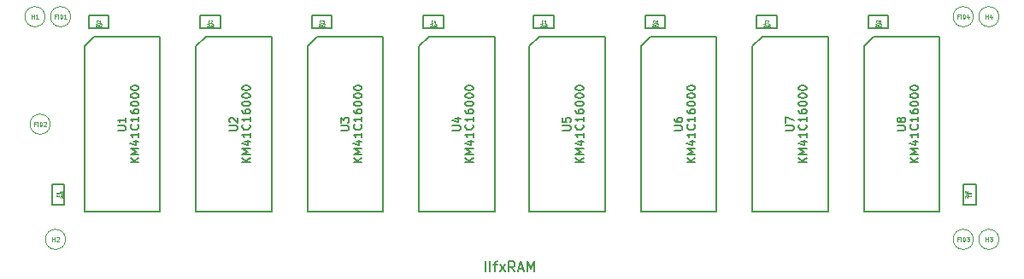
<source format=gbr>
G04 #@! TF.GenerationSoftware,KiCad,Pcbnew,(5.1.10-1-10_14)*
G04 #@! TF.CreationDate,2021-12-06T12:39:38-05:00*
G04 #@! TF.ProjectId,MacIIfxRAMSIMM,4d616349-4966-4785-9241-4d53494d4d2e,rev?*
G04 #@! TF.SameCoordinates,Original*
G04 #@! TF.FileFunction,Other,Fab,Top*
%FSLAX46Y46*%
G04 Gerber Fmt 4.6, Leading zero omitted, Abs format (unit mm)*
G04 Created by KiCad (PCBNEW (5.1.10-1-10_14)) date 2021-12-06 12:39:38*
%MOMM*%
%LPD*%
G01*
G04 APERTURE LIST*
%ADD10C,0.150000*%
%ADD11C,0.100000*%
%ADD12C,0.203200*%
%ADD13C,0.063500*%
G04 APERTURE END LIST*
D10*
X155508000Y-106839000D02*
X156508000Y-105839000D01*
X155508000Y-123269000D02*
X155508000Y-106839000D01*
X163008000Y-123269000D02*
X155508000Y-123269000D01*
X163008000Y-105839000D02*
X163008000Y-123269000D01*
X156508000Y-105839000D02*
X163008000Y-105839000D01*
X79292000Y-105839000D02*
X85792000Y-105839000D01*
X85792000Y-105839000D02*
X85792000Y-123269000D01*
X85792000Y-123269000D02*
X78292000Y-123269000D01*
X78292000Y-123269000D02*
X78292000Y-106839000D01*
X78292000Y-106839000D02*
X79292000Y-105839000D01*
X76317000Y-120539000D02*
X76317000Y-122539000D01*
X75067000Y-120539000D02*
X76317000Y-120539000D01*
X75067000Y-122539000D02*
X75067000Y-120539000D01*
X76317000Y-122539000D02*
X75067000Y-122539000D01*
X165364000Y-120539000D02*
X166614000Y-120539000D01*
X166614000Y-120539000D02*
X166614000Y-122539000D01*
X166614000Y-122539000D02*
X165364000Y-122539000D01*
X165364000Y-122539000D02*
X165364000Y-120539000D01*
X145459000Y-105839000D02*
X151959000Y-105839000D01*
X151959000Y-105839000D02*
X151959000Y-123269000D01*
X151959000Y-123269000D02*
X144459000Y-123269000D01*
X144459000Y-123269000D02*
X144459000Y-106839000D01*
X144459000Y-106839000D02*
X145459000Y-105839000D01*
X133410000Y-106839000D02*
X134410000Y-105839000D01*
X133410000Y-123269000D02*
X133410000Y-106839000D01*
X140910000Y-123269000D02*
X133410000Y-123269000D01*
X140910000Y-105839000D02*
X140910000Y-123269000D01*
X134410000Y-105839000D02*
X140910000Y-105839000D01*
X123361000Y-105839000D02*
X129861000Y-105839000D01*
X129861000Y-105839000D02*
X129861000Y-123269000D01*
X129861000Y-123269000D02*
X122361000Y-123269000D01*
X122361000Y-123269000D02*
X122361000Y-106839000D01*
X122361000Y-106839000D02*
X123361000Y-105839000D01*
X111439000Y-106839000D02*
X112439000Y-105839000D01*
X111439000Y-123269000D02*
X111439000Y-106839000D01*
X118939000Y-123269000D02*
X111439000Y-123269000D01*
X118939000Y-105839000D02*
X118939000Y-123269000D01*
X112439000Y-105839000D02*
X118939000Y-105839000D01*
X101390000Y-105839000D02*
X107890000Y-105839000D01*
X107890000Y-105839000D02*
X107890000Y-123269000D01*
X107890000Y-123269000D02*
X100390000Y-123269000D01*
X100390000Y-123269000D02*
X100390000Y-106839000D01*
X100390000Y-106839000D02*
X101390000Y-105839000D01*
X89341000Y-106839000D02*
X90341000Y-105839000D01*
X89341000Y-123269000D02*
X89341000Y-106839000D01*
X96841000Y-123269000D02*
X89341000Y-123269000D01*
X96841000Y-105839000D02*
X96841000Y-123269000D01*
X90341000Y-105839000D02*
X96841000Y-105839000D01*
D11*
X74406000Y-103886000D02*
G75*
G03*
X74406000Y-103886000I-1000000J0D01*
G01*
X76946000Y-103886000D02*
G75*
G03*
X76946000Y-103886000I-1000000J0D01*
G01*
X74914000Y-114554000D02*
G75*
G03*
X74914000Y-114554000I-1000000J0D01*
G01*
X166354000Y-125984000D02*
G75*
G03*
X166354000Y-125984000I-1000000J0D01*
G01*
X166354000Y-103886000D02*
G75*
G03*
X166354000Y-103886000I-1000000J0D01*
G01*
X76438000Y-125984000D02*
G75*
G03*
X76438000Y-125984000I-1000000J0D01*
G01*
X168894000Y-125984000D02*
G75*
G03*
X168894000Y-125984000I-1000000J0D01*
G01*
X168894000Y-103886000D02*
G75*
G03*
X168894000Y-103886000I-1000000J0D01*
G01*
D10*
X78717000Y-105019000D02*
X78717000Y-103769000D01*
X78717000Y-103769000D02*
X80717000Y-103769000D01*
X80717000Y-103769000D02*
X80717000Y-105019000D01*
X80717000Y-105019000D02*
X78717000Y-105019000D01*
X89766000Y-105019000D02*
X89766000Y-103769000D01*
X89766000Y-103769000D02*
X91766000Y-103769000D01*
X91766000Y-103769000D02*
X91766000Y-105019000D01*
X91766000Y-105019000D02*
X89766000Y-105019000D01*
X102815000Y-105019000D02*
X100815000Y-105019000D01*
X102815000Y-103769000D02*
X102815000Y-105019000D01*
X100815000Y-103769000D02*
X102815000Y-103769000D01*
X100815000Y-105019000D02*
X100815000Y-103769000D01*
X113864000Y-105019000D02*
X111864000Y-105019000D01*
X113864000Y-103769000D02*
X113864000Y-105019000D01*
X111864000Y-103769000D02*
X113864000Y-103769000D01*
X111864000Y-105019000D02*
X111864000Y-103769000D01*
X122786000Y-105019000D02*
X122786000Y-103769000D01*
X122786000Y-103769000D02*
X124786000Y-103769000D01*
X124786000Y-103769000D02*
X124786000Y-105019000D01*
X124786000Y-105019000D02*
X122786000Y-105019000D01*
X135835000Y-105019000D02*
X133835000Y-105019000D01*
X135835000Y-103769000D02*
X135835000Y-105019000D01*
X133835000Y-103769000D02*
X135835000Y-103769000D01*
X133835000Y-105019000D02*
X133835000Y-103769000D01*
X146884000Y-105019000D02*
X144884000Y-105019000D01*
X146884000Y-103769000D02*
X146884000Y-105019000D01*
X144884000Y-103769000D02*
X146884000Y-103769000D01*
X144884000Y-105019000D02*
X144884000Y-103769000D01*
X155933000Y-105019000D02*
X155933000Y-103769000D01*
X155933000Y-103769000D02*
X157933000Y-103769000D01*
X157933000Y-103769000D02*
X157933000Y-105019000D01*
X157933000Y-105019000D02*
X155933000Y-105019000D01*
X118018228Y-129179580D02*
X118018228Y-128179580D01*
X118494419Y-129179580D02*
X118494419Y-128179580D01*
X118827752Y-128512914D02*
X119208704Y-128512914D01*
X118970609Y-129179580D02*
X118970609Y-128322438D01*
X119018228Y-128227200D01*
X119113466Y-128179580D01*
X119208704Y-128179580D01*
X119446800Y-129179580D02*
X119970609Y-128512914D01*
X119446800Y-128512914D02*
X119970609Y-129179580D01*
X120922990Y-129179580D02*
X120589657Y-128703390D01*
X120351561Y-129179580D02*
X120351561Y-128179580D01*
X120732514Y-128179580D01*
X120827752Y-128227200D01*
X120875371Y-128274819D01*
X120922990Y-128370057D01*
X120922990Y-128512914D01*
X120875371Y-128608152D01*
X120827752Y-128655771D01*
X120732514Y-128703390D01*
X120351561Y-128703390D01*
X121303942Y-128893866D02*
X121780133Y-128893866D01*
X121208704Y-129179580D02*
X121542038Y-128179580D01*
X121875371Y-129179580D01*
X122208704Y-129179580D02*
X122208704Y-128179580D01*
X122542038Y-128893866D01*
X122875371Y-128179580D01*
X122875371Y-129179580D01*
D12*
X158812895Y-115173276D02*
X159470876Y-115173276D01*
X159548285Y-115134571D01*
X159586990Y-115095866D01*
X159625695Y-115018457D01*
X159625695Y-114863638D01*
X159586990Y-114786228D01*
X159548285Y-114747523D01*
X159470876Y-114708819D01*
X158812895Y-114708819D01*
X159161238Y-114205657D02*
X159122533Y-114283066D01*
X159083828Y-114321771D01*
X159006419Y-114360476D01*
X158967714Y-114360476D01*
X158890304Y-114321771D01*
X158851600Y-114283066D01*
X158812895Y-114205657D01*
X158812895Y-114050838D01*
X158851600Y-113973428D01*
X158890304Y-113934723D01*
X158967714Y-113896019D01*
X159006419Y-113896019D01*
X159083828Y-113934723D01*
X159122533Y-113973428D01*
X159161238Y-114050838D01*
X159161238Y-114205657D01*
X159199942Y-114283066D01*
X159238647Y-114321771D01*
X159316057Y-114360476D01*
X159470876Y-114360476D01*
X159548285Y-114321771D01*
X159586990Y-114283066D01*
X159625695Y-114205657D01*
X159625695Y-114050838D01*
X159586990Y-113973428D01*
X159548285Y-113934723D01*
X159470876Y-113896019D01*
X159316057Y-113896019D01*
X159238647Y-113934723D01*
X159199942Y-113973428D01*
X159161238Y-114050838D01*
X160895695Y-118347066D02*
X160082895Y-118347066D01*
X160895695Y-117882609D02*
X160431238Y-118230952D01*
X160082895Y-117882609D02*
X160547352Y-118347066D01*
X160895695Y-117534266D02*
X160082895Y-117534266D01*
X160663466Y-117263333D01*
X160082895Y-116992400D01*
X160895695Y-116992400D01*
X160353828Y-116257009D02*
X160895695Y-116257009D01*
X160044190Y-116450533D02*
X160624761Y-116644057D01*
X160624761Y-116140895D01*
X160895695Y-115405504D02*
X160895695Y-115869961D01*
X160895695Y-115637733D02*
X160082895Y-115637733D01*
X160199009Y-115715142D01*
X160276419Y-115792552D01*
X160315123Y-115869961D01*
X160818285Y-114592704D02*
X160856990Y-114631409D01*
X160895695Y-114747523D01*
X160895695Y-114824933D01*
X160856990Y-114941047D01*
X160779580Y-115018457D01*
X160702171Y-115057161D01*
X160547352Y-115095866D01*
X160431238Y-115095866D01*
X160276419Y-115057161D01*
X160199009Y-115018457D01*
X160121600Y-114941047D01*
X160082895Y-114824933D01*
X160082895Y-114747523D01*
X160121600Y-114631409D01*
X160160304Y-114592704D01*
X160895695Y-113818609D02*
X160895695Y-114283066D01*
X160895695Y-114050838D02*
X160082895Y-114050838D01*
X160199009Y-114128247D01*
X160276419Y-114205657D01*
X160315123Y-114283066D01*
X160082895Y-113121923D02*
X160082895Y-113276742D01*
X160121600Y-113354152D01*
X160160304Y-113392857D01*
X160276419Y-113470266D01*
X160431238Y-113508971D01*
X160740876Y-113508971D01*
X160818285Y-113470266D01*
X160856990Y-113431561D01*
X160895695Y-113354152D01*
X160895695Y-113199333D01*
X160856990Y-113121923D01*
X160818285Y-113083219D01*
X160740876Y-113044514D01*
X160547352Y-113044514D01*
X160469942Y-113083219D01*
X160431238Y-113121923D01*
X160392533Y-113199333D01*
X160392533Y-113354152D01*
X160431238Y-113431561D01*
X160469942Y-113470266D01*
X160547352Y-113508971D01*
X160082895Y-112541352D02*
X160082895Y-112463942D01*
X160121600Y-112386533D01*
X160160304Y-112347828D01*
X160237714Y-112309123D01*
X160392533Y-112270419D01*
X160586057Y-112270419D01*
X160740876Y-112309123D01*
X160818285Y-112347828D01*
X160856990Y-112386533D01*
X160895695Y-112463942D01*
X160895695Y-112541352D01*
X160856990Y-112618761D01*
X160818285Y-112657466D01*
X160740876Y-112696171D01*
X160586057Y-112734876D01*
X160392533Y-112734876D01*
X160237714Y-112696171D01*
X160160304Y-112657466D01*
X160121600Y-112618761D01*
X160082895Y-112541352D01*
X160082895Y-111767257D02*
X160082895Y-111689847D01*
X160121600Y-111612438D01*
X160160304Y-111573733D01*
X160237714Y-111535028D01*
X160392533Y-111496323D01*
X160586057Y-111496323D01*
X160740876Y-111535028D01*
X160818285Y-111573733D01*
X160856990Y-111612438D01*
X160895695Y-111689847D01*
X160895695Y-111767257D01*
X160856990Y-111844666D01*
X160818285Y-111883371D01*
X160740876Y-111922076D01*
X160586057Y-111960780D01*
X160392533Y-111960780D01*
X160237714Y-111922076D01*
X160160304Y-111883371D01*
X160121600Y-111844666D01*
X160082895Y-111767257D01*
X160082895Y-110993161D02*
X160082895Y-110915752D01*
X160121600Y-110838342D01*
X160160304Y-110799638D01*
X160237714Y-110760933D01*
X160392533Y-110722228D01*
X160586057Y-110722228D01*
X160740876Y-110760933D01*
X160818285Y-110799638D01*
X160856990Y-110838342D01*
X160895695Y-110915752D01*
X160895695Y-110993161D01*
X160856990Y-111070571D01*
X160818285Y-111109276D01*
X160740876Y-111147980D01*
X160586057Y-111186685D01*
X160392533Y-111186685D01*
X160237714Y-111147980D01*
X160160304Y-111109276D01*
X160121600Y-111070571D01*
X160082895Y-110993161D01*
X81596895Y-115173276D02*
X82254876Y-115173276D01*
X82332285Y-115134571D01*
X82370990Y-115095866D01*
X82409695Y-115018457D01*
X82409695Y-114863638D01*
X82370990Y-114786228D01*
X82332285Y-114747523D01*
X82254876Y-114708819D01*
X81596895Y-114708819D01*
X82409695Y-113896019D02*
X82409695Y-114360476D01*
X82409695Y-114128247D02*
X81596895Y-114128247D01*
X81713009Y-114205657D01*
X81790419Y-114283066D01*
X81829123Y-114360476D01*
X83679695Y-118347066D02*
X82866895Y-118347066D01*
X83679695Y-117882609D02*
X83215238Y-118230952D01*
X82866895Y-117882609D02*
X83331352Y-118347066D01*
X83679695Y-117534266D02*
X82866895Y-117534266D01*
X83447466Y-117263333D01*
X82866895Y-116992400D01*
X83679695Y-116992400D01*
X83137828Y-116257009D02*
X83679695Y-116257009D01*
X82828190Y-116450533D02*
X83408761Y-116644057D01*
X83408761Y-116140895D01*
X83679695Y-115405504D02*
X83679695Y-115869961D01*
X83679695Y-115637733D02*
X82866895Y-115637733D01*
X82983009Y-115715142D01*
X83060419Y-115792552D01*
X83099123Y-115869961D01*
X83602285Y-114592704D02*
X83640990Y-114631409D01*
X83679695Y-114747523D01*
X83679695Y-114824933D01*
X83640990Y-114941047D01*
X83563580Y-115018457D01*
X83486171Y-115057161D01*
X83331352Y-115095866D01*
X83215238Y-115095866D01*
X83060419Y-115057161D01*
X82983009Y-115018457D01*
X82905600Y-114941047D01*
X82866895Y-114824933D01*
X82866895Y-114747523D01*
X82905600Y-114631409D01*
X82944304Y-114592704D01*
X83679695Y-113818609D02*
X83679695Y-114283066D01*
X83679695Y-114050838D02*
X82866895Y-114050838D01*
X82983009Y-114128247D01*
X83060419Y-114205657D01*
X83099123Y-114283066D01*
X82866895Y-113121923D02*
X82866895Y-113276742D01*
X82905600Y-113354152D01*
X82944304Y-113392857D01*
X83060419Y-113470266D01*
X83215238Y-113508971D01*
X83524876Y-113508971D01*
X83602285Y-113470266D01*
X83640990Y-113431561D01*
X83679695Y-113354152D01*
X83679695Y-113199333D01*
X83640990Y-113121923D01*
X83602285Y-113083219D01*
X83524876Y-113044514D01*
X83331352Y-113044514D01*
X83253942Y-113083219D01*
X83215238Y-113121923D01*
X83176533Y-113199333D01*
X83176533Y-113354152D01*
X83215238Y-113431561D01*
X83253942Y-113470266D01*
X83331352Y-113508971D01*
X82866895Y-112541352D02*
X82866895Y-112463942D01*
X82905600Y-112386533D01*
X82944304Y-112347828D01*
X83021714Y-112309123D01*
X83176533Y-112270419D01*
X83370057Y-112270419D01*
X83524876Y-112309123D01*
X83602285Y-112347828D01*
X83640990Y-112386533D01*
X83679695Y-112463942D01*
X83679695Y-112541352D01*
X83640990Y-112618761D01*
X83602285Y-112657466D01*
X83524876Y-112696171D01*
X83370057Y-112734876D01*
X83176533Y-112734876D01*
X83021714Y-112696171D01*
X82944304Y-112657466D01*
X82905600Y-112618761D01*
X82866895Y-112541352D01*
X82866895Y-111767257D02*
X82866895Y-111689847D01*
X82905600Y-111612438D01*
X82944304Y-111573733D01*
X83021714Y-111535028D01*
X83176533Y-111496323D01*
X83370057Y-111496323D01*
X83524876Y-111535028D01*
X83602285Y-111573733D01*
X83640990Y-111612438D01*
X83679695Y-111689847D01*
X83679695Y-111767257D01*
X83640990Y-111844666D01*
X83602285Y-111883371D01*
X83524876Y-111922076D01*
X83370057Y-111960780D01*
X83176533Y-111960780D01*
X83021714Y-111922076D01*
X82944304Y-111883371D01*
X82905600Y-111844666D01*
X82866895Y-111767257D01*
X82866895Y-110993161D02*
X82866895Y-110915752D01*
X82905600Y-110838342D01*
X82944304Y-110799638D01*
X83021714Y-110760933D01*
X83176533Y-110722228D01*
X83370057Y-110722228D01*
X83524876Y-110760933D01*
X83602285Y-110799638D01*
X83640990Y-110838342D01*
X83679695Y-110915752D01*
X83679695Y-110993161D01*
X83640990Y-111070571D01*
X83602285Y-111109276D01*
X83524876Y-111147980D01*
X83370057Y-111186685D01*
X83176533Y-111186685D01*
X83021714Y-111147980D01*
X82944304Y-111109276D01*
X82905600Y-111070571D01*
X82866895Y-110993161D01*
D13*
X75782714Y-121581333D02*
X75794809Y-121593428D01*
X75806904Y-121629714D01*
X75806904Y-121653904D01*
X75794809Y-121690190D01*
X75770619Y-121714380D01*
X75746428Y-121726476D01*
X75698047Y-121738571D01*
X75661761Y-121738571D01*
X75613380Y-121726476D01*
X75589190Y-121714380D01*
X75565000Y-121690190D01*
X75552904Y-121653904D01*
X75552904Y-121629714D01*
X75565000Y-121593428D01*
X75577095Y-121581333D01*
X75661761Y-121436190D02*
X75649666Y-121460380D01*
X75637571Y-121472476D01*
X75613380Y-121484571D01*
X75601285Y-121484571D01*
X75577095Y-121472476D01*
X75565000Y-121460380D01*
X75552904Y-121436190D01*
X75552904Y-121387809D01*
X75565000Y-121363619D01*
X75577095Y-121351523D01*
X75601285Y-121339428D01*
X75613380Y-121339428D01*
X75637571Y-121351523D01*
X75649666Y-121363619D01*
X75661761Y-121387809D01*
X75661761Y-121436190D01*
X75673857Y-121460380D01*
X75685952Y-121472476D01*
X75710142Y-121484571D01*
X75758523Y-121484571D01*
X75782714Y-121472476D01*
X75794809Y-121460380D01*
X75806904Y-121436190D01*
X75806904Y-121387809D01*
X75794809Y-121363619D01*
X75782714Y-121351523D01*
X75758523Y-121339428D01*
X75710142Y-121339428D01*
X75685952Y-121351523D01*
X75673857Y-121363619D01*
X75661761Y-121387809D01*
X75927095Y-121847428D02*
X75915000Y-121835333D01*
X75902904Y-121811142D01*
X75902904Y-121750666D01*
X75915000Y-121726476D01*
X75927095Y-121714380D01*
X75951285Y-121702285D01*
X75975476Y-121702285D01*
X76011761Y-121714380D01*
X76156904Y-121859523D01*
X76156904Y-121702285D01*
X75987571Y-121484571D02*
X76156904Y-121484571D01*
X75987571Y-121593428D02*
X76120619Y-121593428D01*
X76144809Y-121581333D01*
X76156904Y-121557142D01*
X76156904Y-121520857D01*
X76144809Y-121496666D01*
X76132714Y-121484571D01*
X75927095Y-121375714D02*
X75915000Y-121363619D01*
X75902904Y-121339428D01*
X75902904Y-121278952D01*
X75915000Y-121254761D01*
X75927095Y-121242666D01*
X75951285Y-121230571D01*
X75975476Y-121230571D01*
X76011761Y-121242666D01*
X76156904Y-121387809D01*
X76156904Y-121230571D01*
X166079714Y-121581333D02*
X166091809Y-121593428D01*
X166103904Y-121629714D01*
X166103904Y-121653904D01*
X166091809Y-121690190D01*
X166067619Y-121714380D01*
X166043428Y-121726476D01*
X165995047Y-121738571D01*
X165958761Y-121738571D01*
X165910380Y-121726476D01*
X165886190Y-121714380D01*
X165862000Y-121690190D01*
X165849904Y-121653904D01*
X165849904Y-121629714D01*
X165862000Y-121593428D01*
X165874095Y-121581333D01*
X165958761Y-121436190D02*
X165946666Y-121460380D01*
X165934571Y-121472476D01*
X165910380Y-121484571D01*
X165898285Y-121484571D01*
X165874095Y-121472476D01*
X165862000Y-121460380D01*
X165849904Y-121436190D01*
X165849904Y-121387809D01*
X165862000Y-121363619D01*
X165874095Y-121351523D01*
X165898285Y-121339428D01*
X165910380Y-121339428D01*
X165934571Y-121351523D01*
X165946666Y-121363619D01*
X165958761Y-121387809D01*
X165958761Y-121436190D01*
X165970857Y-121460380D01*
X165982952Y-121472476D01*
X166007142Y-121484571D01*
X166055523Y-121484571D01*
X166079714Y-121472476D01*
X166091809Y-121460380D01*
X166103904Y-121436190D01*
X166103904Y-121387809D01*
X166091809Y-121363619D01*
X166079714Y-121351523D01*
X166055523Y-121339428D01*
X166007142Y-121339428D01*
X165982952Y-121351523D01*
X165970857Y-121363619D01*
X165958761Y-121387809D01*
X165524095Y-121847428D02*
X165512000Y-121835333D01*
X165499904Y-121811142D01*
X165499904Y-121750666D01*
X165512000Y-121726476D01*
X165524095Y-121714380D01*
X165548285Y-121702285D01*
X165572476Y-121702285D01*
X165608761Y-121714380D01*
X165753904Y-121859523D01*
X165753904Y-121702285D01*
X165584571Y-121484571D02*
X165753904Y-121484571D01*
X165584571Y-121593428D02*
X165717619Y-121593428D01*
X165741809Y-121581333D01*
X165753904Y-121557142D01*
X165753904Y-121520857D01*
X165741809Y-121496666D01*
X165729714Y-121484571D01*
X165524095Y-121375714D02*
X165512000Y-121363619D01*
X165499904Y-121339428D01*
X165499904Y-121278952D01*
X165512000Y-121254761D01*
X165524095Y-121242666D01*
X165548285Y-121230571D01*
X165572476Y-121230571D01*
X165608761Y-121242666D01*
X165753904Y-121387809D01*
X165753904Y-121230571D01*
D12*
X147763895Y-115173276D02*
X148421876Y-115173276D01*
X148499285Y-115134571D01*
X148537990Y-115095866D01*
X148576695Y-115018457D01*
X148576695Y-114863638D01*
X148537990Y-114786228D01*
X148499285Y-114747523D01*
X148421876Y-114708819D01*
X147763895Y-114708819D01*
X147763895Y-114399180D02*
X147763895Y-113857314D01*
X148576695Y-114205657D01*
X149846695Y-118347066D02*
X149033895Y-118347066D01*
X149846695Y-117882609D02*
X149382238Y-118230952D01*
X149033895Y-117882609D02*
X149498352Y-118347066D01*
X149846695Y-117534266D02*
X149033895Y-117534266D01*
X149614466Y-117263333D01*
X149033895Y-116992400D01*
X149846695Y-116992400D01*
X149304828Y-116257009D02*
X149846695Y-116257009D01*
X148995190Y-116450533D02*
X149575761Y-116644057D01*
X149575761Y-116140895D01*
X149846695Y-115405504D02*
X149846695Y-115869961D01*
X149846695Y-115637733D02*
X149033895Y-115637733D01*
X149150009Y-115715142D01*
X149227419Y-115792552D01*
X149266123Y-115869961D01*
X149769285Y-114592704D02*
X149807990Y-114631409D01*
X149846695Y-114747523D01*
X149846695Y-114824933D01*
X149807990Y-114941047D01*
X149730580Y-115018457D01*
X149653171Y-115057161D01*
X149498352Y-115095866D01*
X149382238Y-115095866D01*
X149227419Y-115057161D01*
X149150009Y-115018457D01*
X149072600Y-114941047D01*
X149033895Y-114824933D01*
X149033895Y-114747523D01*
X149072600Y-114631409D01*
X149111304Y-114592704D01*
X149846695Y-113818609D02*
X149846695Y-114283066D01*
X149846695Y-114050838D02*
X149033895Y-114050838D01*
X149150009Y-114128247D01*
X149227419Y-114205657D01*
X149266123Y-114283066D01*
X149033895Y-113121923D02*
X149033895Y-113276742D01*
X149072600Y-113354152D01*
X149111304Y-113392857D01*
X149227419Y-113470266D01*
X149382238Y-113508971D01*
X149691876Y-113508971D01*
X149769285Y-113470266D01*
X149807990Y-113431561D01*
X149846695Y-113354152D01*
X149846695Y-113199333D01*
X149807990Y-113121923D01*
X149769285Y-113083219D01*
X149691876Y-113044514D01*
X149498352Y-113044514D01*
X149420942Y-113083219D01*
X149382238Y-113121923D01*
X149343533Y-113199333D01*
X149343533Y-113354152D01*
X149382238Y-113431561D01*
X149420942Y-113470266D01*
X149498352Y-113508971D01*
X149033895Y-112541352D02*
X149033895Y-112463942D01*
X149072600Y-112386533D01*
X149111304Y-112347828D01*
X149188714Y-112309123D01*
X149343533Y-112270419D01*
X149537057Y-112270419D01*
X149691876Y-112309123D01*
X149769285Y-112347828D01*
X149807990Y-112386533D01*
X149846695Y-112463942D01*
X149846695Y-112541352D01*
X149807990Y-112618761D01*
X149769285Y-112657466D01*
X149691876Y-112696171D01*
X149537057Y-112734876D01*
X149343533Y-112734876D01*
X149188714Y-112696171D01*
X149111304Y-112657466D01*
X149072600Y-112618761D01*
X149033895Y-112541352D01*
X149033895Y-111767257D02*
X149033895Y-111689847D01*
X149072600Y-111612438D01*
X149111304Y-111573733D01*
X149188714Y-111535028D01*
X149343533Y-111496323D01*
X149537057Y-111496323D01*
X149691876Y-111535028D01*
X149769285Y-111573733D01*
X149807990Y-111612438D01*
X149846695Y-111689847D01*
X149846695Y-111767257D01*
X149807990Y-111844666D01*
X149769285Y-111883371D01*
X149691876Y-111922076D01*
X149537057Y-111960780D01*
X149343533Y-111960780D01*
X149188714Y-111922076D01*
X149111304Y-111883371D01*
X149072600Y-111844666D01*
X149033895Y-111767257D01*
X149033895Y-110993161D02*
X149033895Y-110915752D01*
X149072600Y-110838342D01*
X149111304Y-110799638D01*
X149188714Y-110760933D01*
X149343533Y-110722228D01*
X149537057Y-110722228D01*
X149691876Y-110760933D01*
X149769285Y-110799638D01*
X149807990Y-110838342D01*
X149846695Y-110915752D01*
X149846695Y-110993161D01*
X149807990Y-111070571D01*
X149769285Y-111109276D01*
X149691876Y-111147980D01*
X149537057Y-111186685D01*
X149343533Y-111186685D01*
X149188714Y-111147980D01*
X149111304Y-111109276D01*
X149072600Y-111070571D01*
X149033895Y-110993161D01*
X136714895Y-115173276D02*
X137372876Y-115173276D01*
X137450285Y-115134571D01*
X137488990Y-115095866D01*
X137527695Y-115018457D01*
X137527695Y-114863638D01*
X137488990Y-114786228D01*
X137450285Y-114747523D01*
X137372876Y-114708819D01*
X136714895Y-114708819D01*
X136714895Y-113973428D02*
X136714895Y-114128247D01*
X136753600Y-114205657D01*
X136792304Y-114244361D01*
X136908419Y-114321771D01*
X137063238Y-114360476D01*
X137372876Y-114360476D01*
X137450285Y-114321771D01*
X137488990Y-114283066D01*
X137527695Y-114205657D01*
X137527695Y-114050838D01*
X137488990Y-113973428D01*
X137450285Y-113934723D01*
X137372876Y-113896019D01*
X137179352Y-113896019D01*
X137101942Y-113934723D01*
X137063238Y-113973428D01*
X137024533Y-114050838D01*
X137024533Y-114205657D01*
X137063238Y-114283066D01*
X137101942Y-114321771D01*
X137179352Y-114360476D01*
X138797695Y-118347066D02*
X137984895Y-118347066D01*
X138797695Y-117882609D02*
X138333238Y-118230952D01*
X137984895Y-117882609D02*
X138449352Y-118347066D01*
X138797695Y-117534266D02*
X137984895Y-117534266D01*
X138565466Y-117263333D01*
X137984895Y-116992400D01*
X138797695Y-116992400D01*
X138255828Y-116257009D02*
X138797695Y-116257009D01*
X137946190Y-116450533D02*
X138526761Y-116644057D01*
X138526761Y-116140895D01*
X138797695Y-115405504D02*
X138797695Y-115869961D01*
X138797695Y-115637733D02*
X137984895Y-115637733D01*
X138101009Y-115715142D01*
X138178419Y-115792552D01*
X138217123Y-115869961D01*
X138720285Y-114592704D02*
X138758990Y-114631409D01*
X138797695Y-114747523D01*
X138797695Y-114824933D01*
X138758990Y-114941047D01*
X138681580Y-115018457D01*
X138604171Y-115057161D01*
X138449352Y-115095866D01*
X138333238Y-115095866D01*
X138178419Y-115057161D01*
X138101009Y-115018457D01*
X138023600Y-114941047D01*
X137984895Y-114824933D01*
X137984895Y-114747523D01*
X138023600Y-114631409D01*
X138062304Y-114592704D01*
X138797695Y-113818609D02*
X138797695Y-114283066D01*
X138797695Y-114050838D02*
X137984895Y-114050838D01*
X138101009Y-114128247D01*
X138178419Y-114205657D01*
X138217123Y-114283066D01*
X137984895Y-113121923D02*
X137984895Y-113276742D01*
X138023600Y-113354152D01*
X138062304Y-113392857D01*
X138178419Y-113470266D01*
X138333238Y-113508971D01*
X138642876Y-113508971D01*
X138720285Y-113470266D01*
X138758990Y-113431561D01*
X138797695Y-113354152D01*
X138797695Y-113199333D01*
X138758990Y-113121923D01*
X138720285Y-113083219D01*
X138642876Y-113044514D01*
X138449352Y-113044514D01*
X138371942Y-113083219D01*
X138333238Y-113121923D01*
X138294533Y-113199333D01*
X138294533Y-113354152D01*
X138333238Y-113431561D01*
X138371942Y-113470266D01*
X138449352Y-113508971D01*
X137984895Y-112541352D02*
X137984895Y-112463942D01*
X138023600Y-112386533D01*
X138062304Y-112347828D01*
X138139714Y-112309123D01*
X138294533Y-112270419D01*
X138488057Y-112270419D01*
X138642876Y-112309123D01*
X138720285Y-112347828D01*
X138758990Y-112386533D01*
X138797695Y-112463942D01*
X138797695Y-112541352D01*
X138758990Y-112618761D01*
X138720285Y-112657466D01*
X138642876Y-112696171D01*
X138488057Y-112734876D01*
X138294533Y-112734876D01*
X138139714Y-112696171D01*
X138062304Y-112657466D01*
X138023600Y-112618761D01*
X137984895Y-112541352D01*
X137984895Y-111767257D02*
X137984895Y-111689847D01*
X138023600Y-111612438D01*
X138062304Y-111573733D01*
X138139714Y-111535028D01*
X138294533Y-111496323D01*
X138488057Y-111496323D01*
X138642876Y-111535028D01*
X138720285Y-111573733D01*
X138758990Y-111612438D01*
X138797695Y-111689847D01*
X138797695Y-111767257D01*
X138758990Y-111844666D01*
X138720285Y-111883371D01*
X138642876Y-111922076D01*
X138488057Y-111960780D01*
X138294533Y-111960780D01*
X138139714Y-111922076D01*
X138062304Y-111883371D01*
X138023600Y-111844666D01*
X137984895Y-111767257D01*
X137984895Y-110993161D02*
X137984895Y-110915752D01*
X138023600Y-110838342D01*
X138062304Y-110799638D01*
X138139714Y-110760933D01*
X138294533Y-110722228D01*
X138488057Y-110722228D01*
X138642876Y-110760933D01*
X138720285Y-110799638D01*
X138758990Y-110838342D01*
X138797695Y-110915752D01*
X138797695Y-110993161D01*
X138758990Y-111070571D01*
X138720285Y-111109276D01*
X138642876Y-111147980D01*
X138488057Y-111186685D01*
X138294533Y-111186685D01*
X138139714Y-111147980D01*
X138062304Y-111109276D01*
X138023600Y-111070571D01*
X137984895Y-110993161D01*
X125665895Y-115173276D02*
X126323876Y-115173276D01*
X126401285Y-115134571D01*
X126439990Y-115095866D01*
X126478695Y-115018457D01*
X126478695Y-114863638D01*
X126439990Y-114786228D01*
X126401285Y-114747523D01*
X126323876Y-114708819D01*
X125665895Y-114708819D01*
X125665895Y-113934723D02*
X125665895Y-114321771D01*
X126052942Y-114360476D01*
X126014238Y-114321771D01*
X125975533Y-114244361D01*
X125975533Y-114050838D01*
X126014238Y-113973428D01*
X126052942Y-113934723D01*
X126130352Y-113896019D01*
X126323876Y-113896019D01*
X126401285Y-113934723D01*
X126439990Y-113973428D01*
X126478695Y-114050838D01*
X126478695Y-114244361D01*
X126439990Y-114321771D01*
X126401285Y-114360476D01*
X127748695Y-118347066D02*
X126935895Y-118347066D01*
X127748695Y-117882609D02*
X127284238Y-118230952D01*
X126935895Y-117882609D02*
X127400352Y-118347066D01*
X127748695Y-117534266D02*
X126935895Y-117534266D01*
X127516466Y-117263333D01*
X126935895Y-116992400D01*
X127748695Y-116992400D01*
X127206828Y-116257009D02*
X127748695Y-116257009D01*
X126897190Y-116450533D02*
X127477761Y-116644057D01*
X127477761Y-116140895D01*
X127748695Y-115405504D02*
X127748695Y-115869961D01*
X127748695Y-115637733D02*
X126935895Y-115637733D01*
X127052009Y-115715142D01*
X127129419Y-115792552D01*
X127168123Y-115869961D01*
X127671285Y-114592704D02*
X127709990Y-114631409D01*
X127748695Y-114747523D01*
X127748695Y-114824933D01*
X127709990Y-114941047D01*
X127632580Y-115018457D01*
X127555171Y-115057161D01*
X127400352Y-115095866D01*
X127284238Y-115095866D01*
X127129419Y-115057161D01*
X127052009Y-115018457D01*
X126974600Y-114941047D01*
X126935895Y-114824933D01*
X126935895Y-114747523D01*
X126974600Y-114631409D01*
X127013304Y-114592704D01*
X127748695Y-113818609D02*
X127748695Y-114283066D01*
X127748695Y-114050838D02*
X126935895Y-114050838D01*
X127052009Y-114128247D01*
X127129419Y-114205657D01*
X127168123Y-114283066D01*
X126935895Y-113121923D02*
X126935895Y-113276742D01*
X126974600Y-113354152D01*
X127013304Y-113392857D01*
X127129419Y-113470266D01*
X127284238Y-113508971D01*
X127593876Y-113508971D01*
X127671285Y-113470266D01*
X127709990Y-113431561D01*
X127748695Y-113354152D01*
X127748695Y-113199333D01*
X127709990Y-113121923D01*
X127671285Y-113083219D01*
X127593876Y-113044514D01*
X127400352Y-113044514D01*
X127322942Y-113083219D01*
X127284238Y-113121923D01*
X127245533Y-113199333D01*
X127245533Y-113354152D01*
X127284238Y-113431561D01*
X127322942Y-113470266D01*
X127400352Y-113508971D01*
X126935895Y-112541352D02*
X126935895Y-112463942D01*
X126974600Y-112386533D01*
X127013304Y-112347828D01*
X127090714Y-112309123D01*
X127245533Y-112270419D01*
X127439057Y-112270419D01*
X127593876Y-112309123D01*
X127671285Y-112347828D01*
X127709990Y-112386533D01*
X127748695Y-112463942D01*
X127748695Y-112541352D01*
X127709990Y-112618761D01*
X127671285Y-112657466D01*
X127593876Y-112696171D01*
X127439057Y-112734876D01*
X127245533Y-112734876D01*
X127090714Y-112696171D01*
X127013304Y-112657466D01*
X126974600Y-112618761D01*
X126935895Y-112541352D01*
X126935895Y-111767257D02*
X126935895Y-111689847D01*
X126974600Y-111612438D01*
X127013304Y-111573733D01*
X127090714Y-111535028D01*
X127245533Y-111496323D01*
X127439057Y-111496323D01*
X127593876Y-111535028D01*
X127671285Y-111573733D01*
X127709990Y-111612438D01*
X127748695Y-111689847D01*
X127748695Y-111767257D01*
X127709990Y-111844666D01*
X127671285Y-111883371D01*
X127593876Y-111922076D01*
X127439057Y-111960780D01*
X127245533Y-111960780D01*
X127090714Y-111922076D01*
X127013304Y-111883371D01*
X126974600Y-111844666D01*
X126935895Y-111767257D01*
X126935895Y-110993161D02*
X126935895Y-110915752D01*
X126974600Y-110838342D01*
X127013304Y-110799638D01*
X127090714Y-110760933D01*
X127245533Y-110722228D01*
X127439057Y-110722228D01*
X127593876Y-110760933D01*
X127671285Y-110799638D01*
X127709990Y-110838342D01*
X127748695Y-110915752D01*
X127748695Y-110993161D01*
X127709990Y-111070571D01*
X127671285Y-111109276D01*
X127593876Y-111147980D01*
X127439057Y-111186685D01*
X127245533Y-111186685D01*
X127090714Y-111147980D01*
X127013304Y-111109276D01*
X126974600Y-111070571D01*
X126935895Y-110993161D01*
X114743895Y-115173276D02*
X115401876Y-115173276D01*
X115479285Y-115134571D01*
X115517990Y-115095866D01*
X115556695Y-115018457D01*
X115556695Y-114863638D01*
X115517990Y-114786228D01*
X115479285Y-114747523D01*
X115401876Y-114708819D01*
X114743895Y-114708819D01*
X115014828Y-113973428D02*
X115556695Y-113973428D01*
X114705190Y-114166952D02*
X115285761Y-114360476D01*
X115285761Y-113857314D01*
X116826695Y-118347066D02*
X116013895Y-118347066D01*
X116826695Y-117882609D02*
X116362238Y-118230952D01*
X116013895Y-117882609D02*
X116478352Y-118347066D01*
X116826695Y-117534266D02*
X116013895Y-117534266D01*
X116594466Y-117263333D01*
X116013895Y-116992400D01*
X116826695Y-116992400D01*
X116284828Y-116257009D02*
X116826695Y-116257009D01*
X115975190Y-116450533D02*
X116555761Y-116644057D01*
X116555761Y-116140895D01*
X116826695Y-115405504D02*
X116826695Y-115869961D01*
X116826695Y-115637733D02*
X116013895Y-115637733D01*
X116130009Y-115715142D01*
X116207419Y-115792552D01*
X116246123Y-115869961D01*
X116749285Y-114592704D02*
X116787990Y-114631409D01*
X116826695Y-114747523D01*
X116826695Y-114824933D01*
X116787990Y-114941047D01*
X116710580Y-115018457D01*
X116633171Y-115057161D01*
X116478352Y-115095866D01*
X116362238Y-115095866D01*
X116207419Y-115057161D01*
X116130009Y-115018457D01*
X116052600Y-114941047D01*
X116013895Y-114824933D01*
X116013895Y-114747523D01*
X116052600Y-114631409D01*
X116091304Y-114592704D01*
X116826695Y-113818609D02*
X116826695Y-114283066D01*
X116826695Y-114050838D02*
X116013895Y-114050838D01*
X116130009Y-114128247D01*
X116207419Y-114205657D01*
X116246123Y-114283066D01*
X116013895Y-113121923D02*
X116013895Y-113276742D01*
X116052600Y-113354152D01*
X116091304Y-113392857D01*
X116207419Y-113470266D01*
X116362238Y-113508971D01*
X116671876Y-113508971D01*
X116749285Y-113470266D01*
X116787990Y-113431561D01*
X116826695Y-113354152D01*
X116826695Y-113199333D01*
X116787990Y-113121923D01*
X116749285Y-113083219D01*
X116671876Y-113044514D01*
X116478352Y-113044514D01*
X116400942Y-113083219D01*
X116362238Y-113121923D01*
X116323533Y-113199333D01*
X116323533Y-113354152D01*
X116362238Y-113431561D01*
X116400942Y-113470266D01*
X116478352Y-113508971D01*
X116013895Y-112541352D02*
X116013895Y-112463942D01*
X116052600Y-112386533D01*
X116091304Y-112347828D01*
X116168714Y-112309123D01*
X116323533Y-112270419D01*
X116517057Y-112270419D01*
X116671876Y-112309123D01*
X116749285Y-112347828D01*
X116787990Y-112386533D01*
X116826695Y-112463942D01*
X116826695Y-112541352D01*
X116787990Y-112618761D01*
X116749285Y-112657466D01*
X116671876Y-112696171D01*
X116517057Y-112734876D01*
X116323533Y-112734876D01*
X116168714Y-112696171D01*
X116091304Y-112657466D01*
X116052600Y-112618761D01*
X116013895Y-112541352D01*
X116013895Y-111767257D02*
X116013895Y-111689847D01*
X116052600Y-111612438D01*
X116091304Y-111573733D01*
X116168714Y-111535028D01*
X116323533Y-111496323D01*
X116517057Y-111496323D01*
X116671876Y-111535028D01*
X116749285Y-111573733D01*
X116787990Y-111612438D01*
X116826695Y-111689847D01*
X116826695Y-111767257D01*
X116787990Y-111844666D01*
X116749285Y-111883371D01*
X116671876Y-111922076D01*
X116517057Y-111960780D01*
X116323533Y-111960780D01*
X116168714Y-111922076D01*
X116091304Y-111883371D01*
X116052600Y-111844666D01*
X116013895Y-111767257D01*
X116013895Y-110993161D02*
X116013895Y-110915752D01*
X116052600Y-110838342D01*
X116091304Y-110799638D01*
X116168714Y-110760933D01*
X116323533Y-110722228D01*
X116517057Y-110722228D01*
X116671876Y-110760933D01*
X116749285Y-110799638D01*
X116787990Y-110838342D01*
X116826695Y-110915752D01*
X116826695Y-110993161D01*
X116787990Y-111070571D01*
X116749285Y-111109276D01*
X116671876Y-111147980D01*
X116517057Y-111186685D01*
X116323533Y-111186685D01*
X116168714Y-111147980D01*
X116091304Y-111109276D01*
X116052600Y-111070571D01*
X116013895Y-110993161D01*
X103694895Y-115173276D02*
X104352876Y-115173276D01*
X104430285Y-115134571D01*
X104468990Y-115095866D01*
X104507695Y-115018457D01*
X104507695Y-114863638D01*
X104468990Y-114786228D01*
X104430285Y-114747523D01*
X104352876Y-114708819D01*
X103694895Y-114708819D01*
X103694895Y-114399180D02*
X103694895Y-113896019D01*
X104004533Y-114166952D01*
X104004533Y-114050838D01*
X104043238Y-113973428D01*
X104081942Y-113934723D01*
X104159352Y-113896019D01*
X104352876Y-113896019D01*
X104430285Y-113934723D01*
X104468990Y-113973428D01*
X104507695Y-114050838D01*
X104507695Y-114283066D01*
X104468990Y-114360476D01*
X104430285Y-114399180D01*
X105777695Y-118347066D02*
X104964895Y-118347066D01*
X105777695Y-117882609D02*
X105313238Y-118230952D01*
X104964895Y-117882609D02*
X105429352Y-118347066D01*
X105777695Y-117534266D02*
X104964895Y-117534266D01*
X105545466Y-117263333D01*
X104964895Y-116992400D01*
X105777695Y-116992400D01*
X105235828Y-116257009D02*
X105777695Y-116257009D01*
X104926190Y-116450533D02*
X105506761Y-116644057D01*
X105506761Y-116140895D01*
X105777695Y-115405504D02*
X105777695Y-115869961D01*
X105777695Y-115637733D02*
X104964895Y-115637733D01*
X105081009Y-115715142D01*
X105158419Y-115792552D01*
X105197123Y-115869961D01*
X105700285Y-114592704D02*
X105738990Y-114631409D01*
X105777695Y-114747523D01*
X105777695Y-114824933D01*
X105738990Y-114941047D01*
X105661580Y-115018457D01*
X105584171Y-115057161D01*
X105429352Y-115095866D01*
X105313238Y-115095866D01*
X105158419Y-115057161D01*
X105081009Y-115018457D01*
X105003600Y-114941047D01*
X104964895Y-114824933D01*
X104964895Y-114747523D01*
X105003600Y-114631409D01*
X105042304Y-114592704D01*
X105777695Y-113818609D02*
X105777695Y-114283066D01*
X105777695Y-114050838D02*
X104964895Y-114050838D01*
X105081009Y-114128247D01*
X105158419Y-114205657D01*
X105197123Y-114283066D01*
X104964895Y-113121923D02*
X104964895Y-113276742D01*
X105003600Y-113354152D01*
X105042304Y-113392857D01*
X105158419Y-113470266D01*
X105313238Y-113508971D01*
X105622876Y-113508971D01*
X105700285Y-113470266D01*
X105738990Y-113431561D01*
X105777695Y-113354152D01*
X105777695Y-113199333D01*
X105738990Y-113121923D01*
X105700285Y-113083219D01*
X105622876Y-113044514D01*
X105429352Y-113044514D01*
X105351942Y-113083219D01*
X105313238Y-113121923D01*
X105274533Y-113199333D01*
X105274533Y-113354152D01*
X105313238Y-113431561D01*
X105351942Y-113470266D01*
X105429352Y-113508971D01*
X104964895Y-112541352D02*
X104964895Y-112463942D01*
X105003600Y-112386533D01*
X105042304Y-112347828D01*
X105119714Y-112309123D01*
X105274533Y-112270419D01*
X105468057Y-112270419D01*
X105622876Y-112309123D01*
X105700285Y-112347828D01*
X105738990Y-112386533D01*
X105777695Y-112463942D01*
X105777695Y-112541352D01*
X105738990Y-112618761D01*
X105700285Y-112657466D01*
X105622876Y-112696171D01*
X105468057Y-112734876D01*
X105274533Y-112734876D01*
X105119714Y-112696171D01*
X105042304Y-112657466D01*
X105003600Y-112618761D01*
X104964895Y-112541352D01*
X104964895Y-111767257D02*
X104964895Y-111689847D01*
X105003600Y-111612438D01*
X105042304Y-111573733D01*
X105119714Y-111535028D01*
X105274533Y-111496323D01*
X105468057Y-111496323D01*
X105622876Y-111535028D01*
X105700285Y-111573733D01*
X105738990Y-111612438D01*
X105777695Y-111689847D01*
X105777695Y-111767257D01*
X105738990Y-111844666D01*
X105700285Y-111883371D01*
X105622876Y-111922076D01*
X105468057Y-111960780D01*
X105274533Y-111960780D01*
X105119714Y-111922076D01*
X105042304Y-111883371D01*
X105003600Y-111844666D01*
X104964895Y-111767257D01*
X104964895Y-110993161D02*
X104964895Y-110915752D01*
X105003600Y-110838342D01*
X105042304Y-110799638D01*
X105119714Y-110760933D01*
X105274533Y-110722228D01*
X105468057Y-110722228D01*
X105622876Y-110760933D01*
X105700285Y-110799638D01*
X105738990Y-110838342D01*
X105777695Y-110915752D01*
X105777695Y-110993161D01*
X105738990Y-111070571D01*
X105700285Y-111109276D01*
X105622876Y-111147980D01*
X105468057Y-111186685D01*
X105274533Y-111186685D01*
X105119714Y-111147980D01*
X105042304Y-111109276D01*
X105003600Y-111070571D01*
X104964895Y-110993161D01*
X92645895Y-115173276D02*
X93303876Y-115173276D01*
X93381285Y-115134571D01*
X93419990Y-115095866D01*
X93458695Y-115018457D01*
X93458695Y-114863638D01*
X93419990Y-114786228D01*
X93381285Y-114747523D01*
X93303876Y-114708819D01*
X92645895Y-114708819D01*
X92723304Y-114360476D02*
X92684600Y-114321771D01*
X92645895Y-114244361D01*
X92645895Y-114050838D01*
X92684600Y-113973428D01*
X92723304Y-113934723D01*
X92800714Y-113896019D01*
X92878123Y-113896019D01*
X92994238Y-113934723D01*
X93458695Y-114399180D01*
X93458695Y-113896019D01*
X94728695Y-118347066D02*
X93915895Y-118347066D01*
X94728695Y-117882609D02*
X94264238Y-118230952D01*
X93915895Y-117882609D02*
X94380352Y-118347066D01*
X94728695Y-117534266D02*
X93915895Y-117534266D01*
X94496466Y-117263333D01*
X93915895Y-116992400D01*
X94728695Y-116992400D01*
X94186828Y-116257009D02*
X94728695Y-116257009D01*
X93877190Y-116450533D02*
X94457761Y-116644057D01*
X94457761Y-116140895D01*
X94728695Y-115405504D02*
X94728695Y-115869961D01*
X94728695Y-115637733D02*
X93915895Y-115637733D01*
X94032009Y-115715142D01*
X94109419Y-115792552D01*
X94148123Y-115869961D01*
X94651285Y-114592704D02*
X94689990Y-114631409D01*
X94728695Y-114747523D01*
X94728695Y-114824933D01*
X94689990Y-114941047D01*
X94612580Y-115018457D01*
X94535171Y-115057161D01*
X94380352Y-115095866D01*
X94264238Y-115095866D01*
X94109419Y-115057161D01*
X94032009Y-115018457D01*
X93954600Y-114941047D01*
X93915895Y-114824933D01*
X93915895Y-114747523D01*
X93954600Y-114631409D01*
X93993304Y-114592704D01*
X94728695Y-113818609D02*
X94728695Y-114283066D01*
X94728695Y-114050838D02*
X93915895Y-114050838D01*
X94032009Y-114128247D01*
X94109419Y-114205657D01*
X94148123Y-114283066D01*
X93915895Y-113121923D02*
X93915895Y-113276742D01*
X93954600Y-113354152D01*
X93993304Y-113392857D01*
X94109419Y-113470266D01*
X94264238Y-113508971D01*
X94573876Y-113508971D01*
X94651285Y-113470266D01*
X94689990Y-113431561D01*
X94728695Y-113354152D01*
X94728695Y-113199333D01*
X94689990Y-113121923D01*
X94651285Y-113083219D01*
X94573876Y-113044514D01*
X94380352Y-113044514D01*
X94302942Y-113083219D01*
X94264238Y-113121923D01*
X94225533Y-113199333D01*
X94225533Y-113354152D01*
X94264238Y-113431561D01*
X94302942Y-113470266D01*
X94380352Y-113508971D01*
X93915895Y-112541352D02*
X93915895Y-112463942D01*
X93954600Y-112386533D01*
X93993304Y-112347828D01*
X94070714Y-112309123D01*
X94225533Y-112270419D01*
X94419057Y-112270419D01*
X94573876Y-112309123D01*
X94651285Y-112347828D01*
X94689990Y-112386533D01*
X94728695Y-112463942D01*
X94728695Y-112541352D01*
X94689990Y-112618761D01*
X94651285Y-112657466D01*
X94573876Y-112696171D01*
X94419057Y-112734876D01*
X94225533Y-112734876D01*
X94070714Y-112696171D01*
X93993304Y-112657466D01*
X93954600Y-112618761D01*
X93915895Y-112541352D01*
X93915895Y-111767257D02*
X93915895Y-111689847D01*
X93954600Y-111612438D01*
X93993304Y-111573733D01*
X94070714Y-111535028D01*
X94225533Y-111496323D01*
X94419057Y-111496323D01*
X94573876Y-111535028D01*
X94651285Y-111573733D01*
X94689990Y-111612438D01*
X94728695Y-111689847D01*
X94728695Y-111767257D01*
X94689990Y-111844666D01*
X94651285Y-111883371D01*
X94573876Y-111922076D01*
X94419057Y-111960780D01*
X94225533Y-111960780D01*
X94070714Y-111922076D01*
X93993304Y-111883371D01*
X93954600Y-111844666D01*
X93915895Y-111767257D01*
X93915895Y-110993161D02*
X93915895Y-110915752D01*
X93954600Y-110838342D01*
X93993304Y-110799638D01*
X94070714Y-110760933D01*
X94225533Y-110722228D01*
X94419057Y-110722228D01*
X94573876Y-110760933D01*
X94651285Y-110799638D01*
X94689990Y-110838342D01*
X94728695Y-110915752D01*
X94728695Y-110993161D01*
X94689990Y-111070571D01*
X94651285Y-111109276D01*
X94573876Y-111147980D01*
X94419057Y-111186685D01*
X94225533Y-111186685D01*
X94070714Y-111147980D01*
X93993304Y-111109276D01*
X93954600Y-111070571D01*
X93915895Y-110993161D01*
D11*
X73101238Y-104066952D02*
X73101238Y-103666952D01*
X73101238Y-103857428D02*
X73329809Y-103857428D01*
X73329809Y-104066952D02*
X73329809Y-103666952D01*
X73729809Y-104066952D02*
X73501238Y-104066952D01*
X73615523Y-104066952D02*
X73615523Y-103666952D01*
X73577428Y-103724095D01*
X73539333Y-103762190D01*
X73501238Y-103781238D01*
X75517428Y-103857428D02*
X75384095Y-103857428D01*
X75384095Y-104066952D02*
X75384095Y-103666952D01*
X75574571Y-103666952D01*
X75726952Y-104066952D02*
X75726952Y-103666952D01*
X75917428Y-104066952D02*
X75917428Y-103666952D01*
X76012666Y-103666952D01*
X76069809Y-103686000D01*
X76107904Y-103724095D01*
X76126952Y-103762190D01*
X76146000Y-103838380D01*
X76146000Y-103895523D01*
X76126952Y-103971714D01*
X76107904Y-104009809D01*
X76069809Y-104047904D01*
X76012666Y-104066952D01*
X75917428Y-104066952D01*
X76526952Y-104066952D02*
X76298380Y-104066952D01*
X76412666Y-104066952D02*
X76412666Y-103666952D01*
X76374571Y-103724095D01*
X76336476Y-103762190D01*
X76298380Y-103781238D01*
X73485428Y-114525428D02*
X73352095Y-114525428D01*
X73352095Y-114734952D02*
X73352095Y-114334952D01*
X73542571Y-114334952D01*
X73694952Y-114734952D02*
X73694952Y-114334952D01*
X73885428Y-114734952D02*
X73885428Y-114334952D01*
X73980666Y-114334952D01*
X74037809Y-114354000D01*
X74075904Y-114392095D01*
X74094952Y-114430190D01*
X74114000Y-114506380D01*
X74114000Y-114563523D01*
X74094952Y-114639714D01*
X74075904Y-114677809D01*
X74037809Y-114715904D01*
X73980666Y-114734952D01*
X73885428Y-114734952D01*
X74266380Y-114373047D02*
X74285428Y-114354000D01*
X74323523Y-114334952D01*
X74418761Y-114334952D01*
X74456857Y-114354000D01*
X74475904Y-114373047D01*
X74494952Y-114411142D01*
X74494952Y-114449238D01*
X74475904Y-114506380D01*
X74247333Y-114734952D01*
X74494952Y-114734952D01*
X164925428Y-125955428D02*
X164792095Y-125955428D01*
X164792095Y-126164952D02*
X164792095Y-125764952D01*
X164982571Y-125764952D01*
X165134952Y-126164952D02*
X165134952Y-125764952D01*
X165325428Y-126164952D02*
X165325428Y-125764952D01*
X165420666Y-125764952D01*
X165477809Y-125784000D01*
X165515904Y-125822095D01*
X165534952Y-125860190D01*
X165554000Y-125936380D01*
X165554000Y-125993523D01*
X165534952Y-126069714D01*
X165515904Y-126107809D01*
X165477809Y-126145904D01*
X165420666Y-126164952D01*
X165325428Y-126164952D01*
X165687333Y-125764952D02*
X165934952Y-125764952D01*
X165801619Y-125917333D01*
X165858761Y-125917333D01*
X165896857Y-125936380D01*
X165915904Y-125955428D01*
X165934952Y-125993523D01*
X165934952Y-126088761D01*
X165915904Y-126126857D01*
X165896857Y-126145904D01*
X165858761Y-126164952D01*
X165744476Y-126164952D01*
X165706380Y-126145904D01*
X165687333Y-126126857D01*
X164925428Y-103857428D02*
X164792095Y-103857428D01*
X164792095Y-104066952D02*
X164792095Y-103666952D01*
X164982571Y-103666952D01*
X165134952Y-104066952D02*
X165134952Y-103666952D01*
X165325428Y-104066952D02*
X165325428Y-103666952D01*
X165420666Y-103666952D01*
X165477809Y-103686000D01*
X165515904Y-103724095D01*
X165534952Y-103762190D01*
X165554000Y-103838380D01*
X165554000Y-103895523D01*
X165534952Y-103971714D01*
X165515904Y-104009809D01*
X165477809Y-104047904D01*
X165420666Y-104066952D01*
X165325428Y-104066952D01*
X165896857Y-103800285D02*
X165896857Y-104066952D01*
X165801619Y-103647904D02*
X165706380Y-103933619D01*
X165954000Y-103933619D01*
X75133238Y-126164952D02*
X75133238Y-125764952D01*
X75133238Y-125955428D02*
X75361809Y-125955428D01*
X75361809Y-126164952D02*
X75361809Y-125764952D01*
X75533238Y-125803047D02*
X75552285Y-125784000D01*
X75590380Y-125764952D01*
X75685619Y-125764952D01*
X75723714Y-125784000D01*
X75742761Y-125803047D01*
X75761809Y-125841142D01*
X75761809Y-125879238D01*
X75742761Y-125936380D01*
X75514190Y-126164952D01*
X75761809Y-126164952D01*
X167589238Y-126164952D02*
X167589238Y-125764952D01*
X167589238Y-125955428D02*
X167817809Y-125955428D01*
X167817809Y-126164952D02*
X167817809Y-125764952D01*
X167970190Y-125764952D02*
X168217809Y-125764952D01*
X168084476Y-125917333D01*
X168141619Y-125917333D01*
X168179714Y-125936380D01*
X168198761Y-125955428D01*
X168217809Y-125993523D01*
X168217809Y-126088761D01*
X168198761Y-126126857D01*
X168179714Y-126145904D01*
X168141619Y-126164952D01*
X168027333Y-126164952D01*
X167989238Y-126145904D01*
X167970190Y-126126857D01*
X167589238Y-104066952D02*
X167589238Y-103666952D01*
X167589238Y-103857428D02*
X167817809Y-103857428D01*
X167817809Y-104066952D02*
X167817809Y-103666952D01*
X168179714Y-103800285D02*
X168179714Y-104066952D01*
X168084476Y-103647904D02*
X167989238Y-103933619D01*
X168236857Y-103933619D01*
D13*
X79674666Y-104484714D02*
X79662571Y-104496809D01*
X79626285Y-104508904D01*
X79602095Y-104508904D01*
X79565809Y-104496809D01*
X79541619Y-104472619D01*
X79529523Y-104448428D01*
X79517428Y-104400047D01*
X79517428Y-104363761D01*
X79529523Y-104315380D01*
X79541619Y-104291190D01*
X79565809Y-104267000D01*
X79602095Y-104254904D01*
X79626285Y-104254904D01*
X79662571Y-104267000D01*
X79674666Y-104279095D01*
X79916571Y-104508904D02*
X79771428Y-104508904D01*
X79844000Y-104508904D02*
X79844000Y-104254904D01*
X79819809Y-104291190D01*
X79795619Y-104315380D01*
X79771428Y-104327476D01*
X79408571Y-104629095D02*
X79420666Y-104617000D01*
X79444857Y-104604904D01*
X79505333Y-104604904D01*
X79529523Y-104617000D01*
X79541619Y-104629095D01*
X79553714Y-104653285D01*
X79553714Y-104677476D01*
X79541619Y-104713761D01*
X79396476Y-104858904D01*
X79553714Y-104858904D01*
X79771428Y-104689571D02*
X79771428Y-104858904D01*
X79662571Y-104689571D02*
X79662571Y-104822619D01*
X79674666Y-104846809D01*
X79698857Y-104858904D01*
X79735142Y-104858904D01*
X79759333Y-104846809D01*
X79771428Y-104834714D01*
X79880285Y-104629095D02*
X79892380Y-104617000D01*
X79916571Y-104604904D01*
X79977047Y-104604904D01*
X80001238Y-104617000D01*
X80013333Y-104629095D01*
X80025428Y-104653285D01*
X80025428Y-104677476D01*
X80013333Y-104713761D01*
X79868190Y-104858904D01*
X80025428Y-104858904D01*
X90723666Y-104484714D02*
X90711571Y-104496809D01*
X90675285Y-104508904D01*
X90651095Y-104508904D01*
X90614809Y-104496809D01*
X90590619Y-104472619D01*
X90578523Y-104448428D01*
X90566428Y-104400047D01*
X90566428Y-104363761D01*
X90578523Y-104315380D01*
X90590619Y-104291190D01*
X90614809Y-104267000D01*
X90651095Y-104254904D01*
X90675285Y-104254904D01*
X90711571Y-104267000D01*
X90723666Y-104279095D01*
X90820428Y-104279095D02*
X90832523Y-104267000D01*
X90856714Y-104254904D01*
X90917190Y-104254904D01*
X90941380Y-104267000D01*
X90953476Y-104279095D01*
X90965571Y-104303285D01*
X90965571Y-104327476D01*
X90953476Y-104363761D01*
X90808333Y-104508904D01*
X90965571Y-104508904D01*
X90457571Y-104629095D02*
X90469666Y-104617000D01*
X90493857Y-104604904D01*
X90554333Y-104604904D01*
X90578523Y-104617000D01*
X90590619Y-104629095D01*
X90602714Y-104653285D01*
X90602714Y-104677476D01*
X90590619Y-104713761D01*
X90445476Y-104858904D01*
X90602714Y-104858904D01*
X90820428Y-104689571D02*
X90820428Y-104858904D01*
X90711571Y-104689571D02*
X90711571Y-104822619D01*
X90723666Y-104846809D01*
X90747857Y-104858904D01*
X90784142Y-104858904D01*
X90808333Y-104846809D01*
X90820428Y-104834714D01*
X90929285Y-104629095D02*
X90941380Y-104617000D01*
X90965571Y-104604904D01*
X91026047Y-104604904D01*
X91050238Y-104617000D01*
X91062333Y-104629095D01*
X91074428Y-104653285D01*
X91074428Y-104677476D01*
X91062333Y-104713761D01*
X90917190Y-104858904D01*
X91074428Y-104858904D01*
X101772666Y-104484714D02*
X101760571Y-104496809D01*
X101724285Y-104508904D01*
X101700095Y-104508904D01*
X101663809Y-104496809D01*
X101639619Y-104472619D01*
X101627523Y-104448428D01*
X101615428Y-104400047D01*
X101615428Y-104363761D01*
X101627523Y-104315380D01*
X101639619Y-104291190D01*
X101663809Y-104267000D01*
X101700095Y-104254904D01*
X101724285Y-104254904D01*
X101760571Y-104267000D01*
X101772666Y-104279095D01*
X101857333Y-104254904D02*
X102014571Y-104254904D01*
X101929904Y-104351666D01*
X101966190Y-104351666D01*
X101990380Y-104363761D01*
X102002476Y-104375857D01*
X102014571Y-104400047D01*
X102014571Y-104460523D01*
X102002476Y-104484714D01*
X101990380Y-104496809D01*
X101966190Y-104508904D01*
X101893619Y-104508904D01*
X101869428Y-104496809D01*
X101857333Y-104484714D01*
X101506571Y-104629095D02*
X101518666Y-104617000D01*
X101542857Y-104604904D01*
X101603333Y-104604904D01*
X101627523Y-104617000D01*
X101639619Y-104629095D01*
X101651714Y-104653285D01*
X101651714Y-104677476D01*
X101639619Y-104713761D01*
X101494476Y-104858904D01*
X101651714Y-104858904D01*
X101869428Y-104689571D02*
X101869428Y-104858904D01*
X101760571Y-104689571D02*
X101760571Y-104822619D01*
X101772666Y-104846809D01*
X101796857Y-104858904D01*
X101833142Y-104858904D01*
X101857333Y-104846809D01*
X101869428Y-104834714D01*
X101978285Y-104629095D02*
X101990380Y-104617000D01*
X102014571Y-104604904D01*
X102075047Y-104604904D01*
X102099238Y-104617000D01*
X102111333Y-104629095D01*
X102123428Y-104653285D01*
X102123428Y-104677476D01*
X102111333Y-104713761D01*
X101966190Y-104858904D01*
X102123428Y-104858904D01*
X112821666Y-104484714D02*
X112809571Y-104496809D01*
X112773285Y-104508904D01*
X112749095Y-104508904D01*
X112712809Y-104496809D01*
X112688619Y-104472619D01*
X112676523Y-104448428D01*
X112664428Y-104400047D01*
X112664428Y-104363761D01*
X112676523Y-104315380D01*
X112688619Y-104291190D01*
X112712809Y-104267000D01*
X112749095Y-104254904D01*
X112773285Y-104254904D01*
X112809571Y-104267000D01*
X112821666Y-104279095D01*
X113039380Y-104339571D02*
X113039380Y-104508904D01*
X112978904Y-104242809D02*
X112918428Y-104424238D01*
X113075666Y-104424238D01*
X112555571Y-104629095D02*
X112567666Y-104617000D01*
X112591857Y-104604904D01*
X112652333Y-104604904D01*
X112676523Y-104617000D01*
X112688619Y-104629095D01*
X112700714Y-104653285D01*
X112700714Y-104677476D01*
X112688619Y-104713761D01*
X112543476Y-104858904D01*
X112700714Y-104858904D01*
X112918428Y-104689571D02*
X112918428Y-104858904D01*
X112809571Y-104689571D02*
X112809571Y-104822619D01*
X112821666Y-104846809D01*
X112845857Y-104858904D01*
X112882142Y-104858904D01*
X112906333Y-104846809D01*
X112918428Y-104834714D01*
X113027285Y-104629095D02*
X113039380Y-104617000D01*
X113063571Y-104604904D01*
X113124047Y-104604904D01*
X113148238Y-104617000D01*
X113160333Y-104629095D01*
X113172428Y-104653285D01*
X113172428Y-104677476D01*
X113160333Y-104713761D01*
X113015190Y-104858904D01*
X113172428Y-104858904D01*
X123743666Y-104484714D02*
X123731571Y-104496809D01*
X123695285Y-104508904D01*
X123671095Y-104508904D01*
X123634809Y-104496809D01*
X123610619Y-104472619D01*
X123598523Y-104448428D01*
X123586428Y-104400047D01*
X123586428Y-104363761D01*
X123598523Y-104315380D01*
X123610619Y-104291190D01*
X123634809Y-104267000D01*
X123671095Y-104254904D01*
X123695285Y-104254904D01*
X123731571Y-104267000D01*
X123743666Y-104279095D01*
X123973476Y-104254904D02*
X123852523Y-104254904D01*
X123840428Y-104375857D01*
X123852523Y-104363761D01*
X123876714Y-104351666D01*
X123937190Y-104351666D01*
X123961380Y-104363761D01*
X123973476Y-104375857D01*
X123985571Y-104400047D01*
X123985571Y-104460523D01*
X123973476Y-104484714D01*
X123961380Y-104496809D01*
X123937190Y-104508904D01*
X123876714Y-104508904D01*
X123852523Y-104496809D01*
X123840428Y-104484714D01*
X123477571Y-104629095D02*
X123489666Y-104617000D01*
X123513857Y-104604904D01*
X123574333Y-104604904D01*
X123598523Y-104617000D01*
X123610619Y-104629095D01*
X123622714Y-104653285D01*
X123622714Y-104677476D01*
X123610619Y-104713761D01*
X123465476Y-104858904D01*
X123622714Y-104858904D01*
X123840428Y-104689571D02*
X123840428Y-104858904D01*
X123731571Y-104689571D02*
X123731571Y-104822619D01*
X123743666Y-104846809D01*
X123767857Y-104858904D01*
X123804142Y-104858904D01*
X123828333Y-104846809D01*
X123840428Y-104834714D01*
X123949285Y-104629095D02*
X123961380Y-104617000D01*
X123985571Y-104604904D01*
X124046047Y-104604904D01*
X124070238Y-104617000D01*
X124082333Y-104629095D01*
X124094428Y-104653285D01*
X124094428Y-104677476D01*
X124082333Y-104713761D01*
X123937190Y-104858904D01*
X124094428Y-104858904D01*
X134792666Y-104484714D02*
X134780571Y-104496809D01*
X134744285Y-104508904D01*
X134720095Y-104508904D01*
X134683809Y-104496809D01*
X134659619Y-104472619D01*
X134647523Y-104448428D01*
X134635428Y-104400047D01*
X134635428Y-104363761D01*
X134647523Y-104315380D01*
X134659619Y-104291190D01*
X134683809Y-104267000D01*
X134720095Y-104254904D01*
X134744285Y-104254904D01*
X134780571Y-104267000D01*
X134792666Y-104279095D01*
X135010380Y-104254904D02*
X134962000Y-104254904D01*
X134937809Y-104267000D01*
X134925714Y-104279095D01*
X134901523Y-104315380D01*
X134889428Y-104363761D01*
X134889428Y-104460523D01*
X134901523Y-104484714D01*
X134913619Y-104496809D01*
X134937809Y-104508904D01*
X134986190Y-104508904D01*
X135010380Y-104496809D01*
X135022476Y-104484714D01*
X135034571Y-104460523D01*
X135034571Y-104400047D01*
X135022476Y-104375857D01*
X135010380Y-104363761D01*
X134986190Y-104351666D01*
X134937809Y-104351666D01*
X134913619Y-104363761D01*
X134901523Y-104375857D01*
X134889428Y-104400047D01*
X134526571Y-104629095D02*
X134538666Y-104617000D01*
X134562857Y-104604904D01*
X134623333Y-104604904D01*
X134647523Y-104617000D01*
X134659619Y-104629095D01*
X134671714Y-104653285D01*
X134671714Y-104677476D01*
X134659619Y-104713761D01*
X134514476Y-104858904D01*
X134671714Y-104858904D01*
X134889428Y-104689571D02*
X134889428Y-104858904D01*
X134780571Y-104689571D02*
X134780571Y-104822619D01*
X134792666Y-104846809D01*
X134816857Y-104858904D01*
X134853142Y-104858904D01*
X134877333Y-104846809D01*
X134889428Y-104834714D01*
X134998285Y-104629095D02*
X135010380Y-104617000D01*
X135034571Y-104604904D01*
X135095047Y-104604904D01*
X135119238Y-104617000D01*
X135131333Y-104629095D01*
X135143428Y-104653285D01*
X135143428Y-104677476D01*
X135131333Y-104713761D01*
X134986190Y-104858904D01*
X135143428Y-104858904D01*
X145841666Y-104484714D02*
X145829571Y-104496809D01*
X145793285Y-104508904D01*
X145769095Y-104508904D01*
X145732809Y-104496809D01*
X145708619Y-104472619D01*
X145696523Y-104448428D01*
X145684428Y-104400047D01*
X145684428Y-104363761D01*
X145696523Y-104315380D01*
X145708619Y-104291190D01*
X145732809Y-104267000D01*
X145769095Y-104254904D01*
X145793285Y-104254904D01*
X145829571Y-104267000D01*
X145841666Y-104279095D01*
X145926333Y-104254904D02*
X146095666Y-104254904D01*
X145986809Y-104508904D01*
X145575571Y-104629095D02*
X145587666Y-104617000D01*
X145611857Y-104604904D01*
X145672333Y-104604904D01*
X145696523Y-104617000D01*
X145708619Y-104629095D01*
X145720714Y-104653285D01*
X145720714Y-104677476D01*
X145708619Y-104713761D01*
X145563476Y-104858904D01*
X145720714Y-104858904D01*
X145938428Y-104689571D02*
X145938428Y-104858904D01*
X145829571Y-104689571D02*
X145829571Y-104822619D01*
X145841666Y-104846809D01*
X145865857Y-104858904D01*
X145902142Y-104858904D01*
X145926333Y-104846809D01*
X145938428Y-104834714D01*
X146047285Y-104629095D02*
X146059380Y-104617000D01*
X146083571Y-104604904D01*
X146144047Y-104604904D01*
X146168238Y-104617000D01*
X146180333Y-104629095D01*
X146192428Y-104653285D01*
X146192428Y-104677476D01*
X146180333Y-104713761D01*
X146035190Y-104858904D01*
X146192428Y-104858904D01*
X156890666Y-104484714D02*
X156878571Y-104496809D01*
X156842285Y-104508904D01*
X156818095Y-104508904D01*
X156781809Y-104496809D01*
X156757619Y-104472619D01*
X156745523Y-104448428D01*
X156733428Y-104400047D01*
X156733428Y-104363761D01*
X156745523Y-104315380D01*
X156757619Y-104291190D01*
X156781809Y-104267000D01*
X156818095Y-104254904D01*
X156842285Y-104254904D01*
X156878571Y-104267000D01*
X156890666Y-104279095D01*
X157035809Y-104363761D02*
X157011619Y-104351666D01*
X156999523Y-104339571D01*
X156987428Y-104315380D01*
X156987428Y-104303285D01*
X156999523Y-104279095D01*
X157011619Y-104267000D01*
X157035809Y-104254904D01*
X157084190Y-104254904D01*
X157108380Y-104267000D01*
X157120476Y-104279095D01*
X157132571Y-104303285D01*
X157132571Y-104315380D01*
X157120476Y-104339571D01*
X157108380Y-104351666D01*
X157084190Y-104363761D01*
X157035809Y-104363761D01*
X157011619Y-104375857D01*
X156999523Y-104387952D01*
X156987428Y-104412142D01*
X156987428Y-104460523D01*
X156999523Y-104484714D01*
X157011619Y-104496809D01*
X157035809Y-104508904D01*
X157084190Y-104508904D01*
X157108380Y-104496809D01*
X157120476Y-104484714D01*
X157132571Y-104460523D01*
X157132571Y-104412142D01*
X157120476Y-104387952D01*
X157108380Y-104375857D01*
X157084190Y-104363761D01*
X156624571Y-104629095D02*
X156636666Y-104617000D01*
X156660857Y-104604904D01*
X156721333Y-104604904D01*
X156745523Y-104617000D01*
X156757619Y-104629095D01*
X156769714Y-104653285D01*
X156769714Y-104677476D01*
X156757619Y-104713761D01*
X156612476Y-104858904D01*
X156769714Y-104858904D01*
X156987428Y-104689571D02*
X156987428Y-104858904D01*
X156878571Y-104689571D02*
X156878571Y-104822619D01*
X156890666Y-104846809D01*
X156914857Y-104858904D01*
X156951142Y-104858904D01*
X156975333Y-104846809D01*
X156987428Y-104834714D01*
X157096285Y-104629095D02*
X157108380Y-104617000D01*
X157132571Y-104604904D01*
X157193047Y-104604904D01*
X157217238Y-104617000D01*
X157229333Y-104629095D01*
X157241428Y-104653285D01*
X157241428Y-104677476D01*
X157229333Y-104713761D01*
X157084190Y-104858904D01*
X157241428Y-104858904D01*
M02*

</source>
